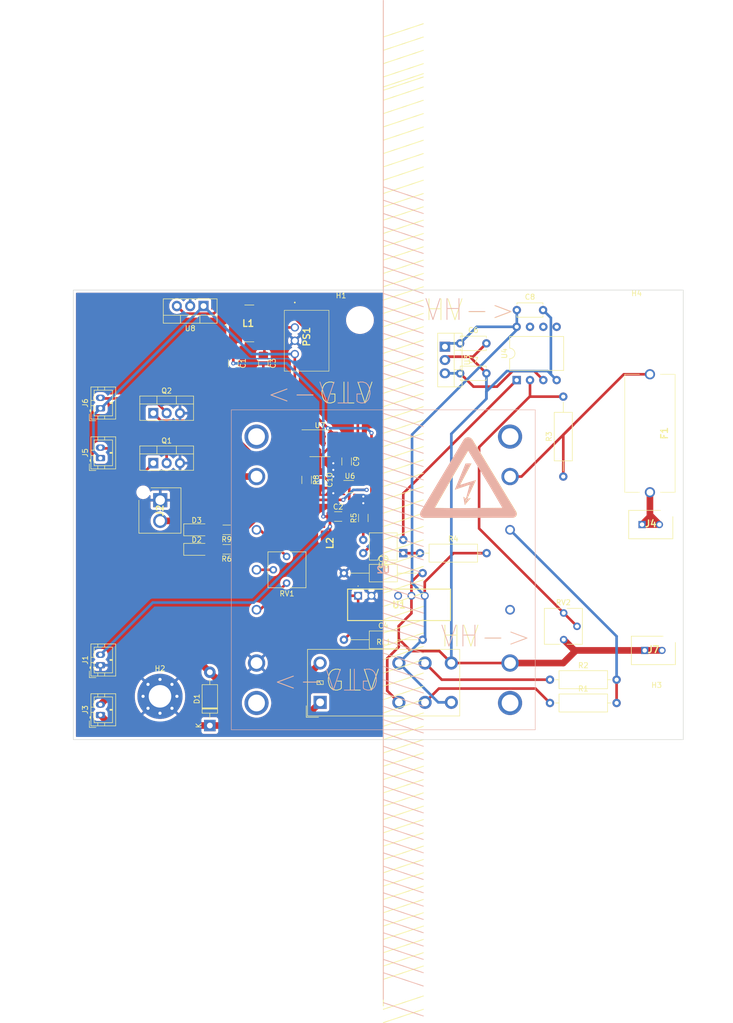
<source format=kicad_pcb>
(kicad_pcb (version 20221018) (generator pcbnew)
  (layers (0 "F.Cu" signal) (31 "B.Cu" signal) (34 "B.Paste" user) (35 "F.Paste" user) (36 "B.SilkS" user "B.Silkscreen") (37 "F.SilkS" user "F.Silkscreen") (38 "B.Mask" user) (39 "F.Mask" user) (44 "Edge.Cuts" user))
  (net 0 "")
  (net 1 "Net-(C4-Pad1)")
  (net 2 "GND")
  (net 3 "/Power_Section/+VCC")
  (net 4 "HV_5V")
  (net 5 "HV+")
  (net 6 "HV+Unfuse")
  (net 7 "HV-")
  (net 8 "24VOut")
  (net 9 "GLV")
  (net 10 "Net-(C9-Pad1)")
  (net 11 "Net-(C10-Pad1)")
  (net 12 "Net-(D2-Pad2)")
  (net 13 "Net-(D3-Pad2)")
  (net 14 "Net-(D1-Pad1)")
  (net 15 "HV_24V")
  (net 16 "Net-(R2-Pad1)")
  (net 17 "+5V")
  (net 18 "Net-(Q1-Pad1)")
  (net 19 "Net-(Q2-Pad1)")
  (net 20 "Net-(R1-Pad1)")
  (net 21 "Net-(R1-Pad2)")
  (net 22 "Net-(J5-Pad2)")
  (net 23 "Net-(R3-Pad2)")
  (net 24 "Net-(R4-Pad1)")
  (net 25 "Net-(R5-Pad1)")
  (net 26 "Net-(RV1-Pad1)")
  (net 27 "Net-(RV1-Pad2)")
  (net 28 "Net-(RV1-Pad3)")
  (net 30 "Net-(U4-Pad1)")
  (net 35 "Net-(D1-Pad2)")
  (net 36 "Net-(J6-Pad2)")
  (net 37 "+12V")
  (footprint "Package_TO_SOT_THT:TO-220-3_Vertical" (layer "F.Cu") (at 157.79 71.755 -90)
    (fp_text reference "U3")
    (fp_text value "LM7805_TO220")
  )
  (footprint "SamacSys_Parts:65600001009" (layer "F.Cu") (at 196.85 88.265 -90)
    (fp_text reference "F1")
    (fp_text value "Fuse" hide)
  )
  (footprint "Diode_THT:D_DO-41_SOD81_P10.16mm_Horizontal" (layer "F.Cu") (at 113 144 90)
    (fp_text reference "D1")
    (fp_text value "D")
  )
  (footprint "MountingHole:MountingHole_4.3mm_M4" (layer "F.Cu") (at 198.12 141.605)
    (fp_text reference "H3")
    (fp_text value "MountingHole")
  )
  (footprint "Package_TO_SOT_THT:TO-220-3_Vertical" (layer "F.Cu") (at 102.235 93.96)
    (fp_text reference "Q1")
    (fp_text value "IRF540N")
  )
  (footprint "Resistor_SMD:R_1206_3216Metric_Pad1.30x1.75mm_HandSolder" (layer "F.Cu") (at 131.445 97.155 -90)
    (fp_text reference "R8")
    (fp_text value "1.5k")
  )
  (footprint "Potentiometer_THT:Potentiometer_Vishay_T73YP_Vertical" (layer "F.Cu") (at 180.415 127.62)
    (fp_text reference "RV2")
    (fp_text value "1Meg")
  )
  (footprint "SamacSys_Parts:DF33C2P33DSA24" (layer "F.Cu") (at 195.85 129.675)
    (fp_text reference "J7")
    (fp_text value "HV-" hide)
  )
  (footprint "Capacitor_THT:C_Axial_L5.1mm_D3.1mm_P15.00mm_Horizontal" (layer "F.Cu") (at 138.55 114.935)
    (fp_text reference "C5")
    (fp_text value "2.2n")
  )
  (footprint "Resistor_SMD:R_1206_3216Metric_Pad1.30x1.75mm_HandSolder" (layer "F.Cu") (at 142.24 104.42 90)
    (fp_text reference "R5")
    (fp_text value "10k")
  )
  (footprint "Capacitor_SMD:C_1206_3216Metric_Pad1.33x1.80mm_HandSolder" (layer "F.Cu") (at 123.19 74.93 -90)
    (fp_text reference "C3")
    (fp_text value "2.2u")
  )
  (footprint "Capacitor_THT:C_Disc_D4.7mm_W2.5mm_P5.00mm" (layer "F.Cu") (at 171.49 64.77)
    (fp_text reference "C8")
    (fp_text value "10n")
  )
  (footprint "Relay_THT:Relay_DPDT_Omron_G2RL" (layer "F.Cu") (at 134.0125 139.5775)
    (fp_text reference "RL1")
    (fp_text value "G2RL-24-DC5")
  )
  (footprint "Package_DIP:DIP-8_W10.16mm" (layer "F.Cu") (at 171.46 78.125 90)
    (fp_text reference "U4")
    (fp_text value "LM393")
  )
  (footprint "Package_TO_SOT_SMD:SOT-353_SC-70-5_Handsoldering" (layer "F.Cu") (at 139.7 98.425)
    (fp_text reference "U6")
    (fp_text value "74AHC1G04")
  )
  (footprint "Connector_JST:JST_PH_B2B-PH-K_1x02_P2.00mm_Vertical" (layer "F.Cu") (at 92.16 93 90)
    (fp_text reference "J5")
    (fp_text value "TSAL_Green")
  )
  (footprint "Connector_JST:JST_PH_B2B-PH-K_1x02_P2.00mm_Vertical" (layer "F.Cu") (at 92.16 132.5 90)
    (fp_text reference "J1")
    (fp_text value "PWR")
  )
  (footprint "Resistor_THT:R_Axial_DIN0309_L9.0mm_D3.2mm_P12.70mm_Horizontal" (layer "F.Cu") (at 153.035 111.125)
    (fp_text reference "R4")
    (fp_text value "1.5k")
  )
  (footprint "Diode_SMD:D_1206_3216Metric_Pad1.42x1.75mm_HandSolder" (layer "F.Cu") (at 110.49 106.68)
    (fp_text reference "D3")
    (fp_text value "Red")
  )
  (footprint "SamacSys_Parts:RLS686" (layer "F.Cu") (at 120.65 67.31)
    (fp_text reference "L1")
    (fp_text value "68u" hide)
  )
  (footprint "Resistor_SMD:R_1206_3216Metric_Pad1.30x1.75mm_HandSolder" (layer "F.Cu") (at 116.205 110.4 180)
    (fp_text reference "R6")
    (fp_text value "680")
  )
  (footprint "Capacitor_THT:C_Disc_D4.7mm_W2.5mm_P5.00mm" (layer "F.Cu") (at 160.695 76.835)
    (fp_text reference "C7")
    (fp_text value "10n")
  )
  (footprint "Package_DIP:DIP-4_W7.62mm" (layer "F.Cu") (at 149.85 111.13 180)
    (fp_text reference "U5")
    (fp_text value "PC817")
  )
  (footprint "SamacSys_Parts:DF63M2P396DSA01" (layer "F.Cu") (at 103.55 101.02 90)
    (fp_text reference "J2")
    (fp_text value "PWR_Out" hide)
  )
  (footprint "Capacitor_SMD:C_1206_3216Metric_Pad1.33x1.80mm_HandSolder" (layer "F.Cu") (at 133.985 97.155 -90)
    (fp_text reference "C10")
    (fp_text value "100u")
  )
  (footprint "Package_TO_SOT_THT:TO-220-3_Vertical" (layer "F.Cu") (at 111.8 64 180)
    (fp_text reference "U8")
    (fp_text value "L7805")
  )
  (footprint "Connector_JST:JST_PH_B2B-PH-K_1x02_P2.00mm_Vertical" (layer "F.Cu") (at 92.16 83.5 90)
    (fp_text reference "J6")
    (fp_text value "TSAL_Red")
  )
  (footprint "Package_SO:SOIC-8_3.9x4.9mm_P1.27mm" (layer "F.Cu") (at 133.985 90.17)
    (fp_text reference "U7")
    (fp_text value "NE555D")
  )
  (footprint "Resistor_THT:R_Axial_DIN0309_L9.0mm_D3.2mm_P12.70mm_Horizontal" (layer "F.Cu") (at 177.8 139.7)
    (fp_text reference "R1")
    (fp_text value "0")
  )
  (footprint "SamacSys_Parts:R78E5010" (layer "F.Cu") (at 129.195 68.08 -90)
    (fp_text reference "PS1")
    (fp_text value "R-78E12.0-2.0" hide)
  )
  (footprint "Capacitor_SMD:C_1206_3216Metric_Pad1.33x1.80mm_HandSolder" (layer "F.Cu") (at 137.4525 104.14)
    (fp_text reference "C2")
    (fp_text value "10u")
  )
  (footprint "MountingHole:MountingHole_4.3mm_M4" (layer "F.Cu") (at 198.12 66.04)
    (fp_text reference "H4")
    (fp_text value "MountingHole")
  )
  (footprint "Resistor_THT:R_Axial_DIN0309_L9.0mm_D3.2mm_P12.70mm_Horizontal" (layer "F.Cu") (at 177.8 135.255)
    (fp_text reference "R2")
    (fp_text value "0")
  )
  (footprint "Potentiometer_THT:Potentiometer_Vishay_T73YP_Vertical" (layer "F.Cu") (at 127.635 111.76 180)
    (fp_text reference "RV1")
    (fp_text value "10K")
  )
  (footprint "Capacitor_SMD:C_1206_3216Metric_Pad1.33x1.80mm_HandSolder" (layer "F.Cu") (at 117.475 74.93 -90)
    (fp_text reference "C1")
    (fp_text value "10u")
  )
  (footprint "Resistor_THT:R_Axial_DIN0309_L9.0mm_D3.2mm_P15.24mm_Horizontal" (layer "F.Cu") (at 180.34 96.52 90)
    (fp_text reference "R3")
    (fp_text value "10Meg")
  )
  (footprint "Package_TO_SOT_THT:TO-220-3_Vertical" (layer "F.Cu") (at 102.235 84.435)
    (fp_text reference "Q2")
    (fp_text value "IRF540N")
  )
  (footprint "SamacSys_Parts:DF33C2P33DSA24" (layer "F.Cu") (at 195.35 105.675)
    (fp_text reference "J4")
    (fp_text value "HV+" hide)
  )
  (footprint "MountingHole:MountingHole_4.3mm_M4_Pad_Via" (layer "F.Cu") (at 103.505 138.43)
    (fp_text reference "H2")
    (fp_text value "MountingHole")
  )
  (footprint "Capacitor_THT:C_Disc_D4.7mm_W2.5mm_P5.00mm" (layer "F.Cu") (at 160.695 71.12)
    (fp_text reference "C6")
    (fp_text value "10n")
  )
  (footprint "Capacitor_SMD:C_1206_3216Metric_Pad1.33x1.80mm_HandSolder" (layer "F.Cu") (at 139.065 93.6375 -90)
    (fp_text reference "C9")
    (fp_text value "10n")
  )
  (footprint "Resistor_SMD:R_1206_3216Metric_Pad1.30x1.75mm_HandSolder" (layer "F.Cu") (at 116.205 106.68 180)
    (fp_text reference "R9")
    (fp_text value "680")
  )
  (footprint "MountingHole:MountingHole_4.3mm_M4" (layer "F.Cu") (at 141.605 66.675)
    (fp_text reference "H1")
    (fp_text value "MountingHole")
  )
  (footprint "Connector_JST:JST_PH_B2B-PH-K_1x02_P2.00mm_Vertical" (layer "F.Cu") (at 92.16 142 90)
    (fp_text reference "J3")
    (fp_text value "SC")
  )
  (footprint "Diode_SMD:D_1206_3216Metric_Pad1.42x1.75mm_HandSolder" (layer "F.Cu") (at 110.49 110.4)
    (fp_text reference "D2")
    (fp_text value "Green")
  )
  (footprint "Capacitor_THT:C_Axial_L5.1mm_D3.1mm_P15.00mm_Horizontal" (layer "F.Cu") (at 138.55 127.635)
    (fp_text reference "C4")
    (fp_text value "1n")
  )
  (footprint "SamacSys_Parts:RB2424S" (layer "F.Cu") (at 141.25 119.25)
    (fp_text reference "U1")
    (fp_text value "BxxxxS" hide)
  )
  (footprint "SamacSys_Parts:RLS226R" (layer "F.Cu") (at 135.89 109.22 -90)
    (fp_text reference "L2")
    (fp_text value "22u" hide)
  )
  (footprint "SamacSys_Parts:CHB300W48S12" (layer "B.Cu") (at 170.2 96.52 180)
    (fp_text reference "U2")
    (fp_text value "CHB300" hide)
  )
  (gr_line (start 146.05 53.975) (end 153.67 56.515) (stroke (width 0.15)) (layer "B.SilkS"))
  (gr_line (start 146.05 135.255) (end 153.67 137.795) (stroke (width 0.15)) (layer "B.SilkS"))
  (gr_line (start 146.05 122.555) (end 153.67 125.095) (stroke (width 0.15)) (layer "B.SilkS"))
  (gr_line (start 146.05 64.135) (end 153.67 66.675) (stroke (width 0.15)) (layer "B.SilkS"))
  (gr_line (start 146.05 46.355) (end 153.67 48.895) (stroke (width 0.15)) (layer "B.SilkS"))
  (gr_line (start 146.05 137.795) (end 153.67 140.335) (stroke (width 0.15)) (layer "B.SilkS"))
  (gr_line (start 146.05 104.775) (end 153.67 107.315) (stroke (width 0.15)) (layer "B.SilkS"))
  (gr_line (start 146.05 89.535) (end 153.67 92.075) (stroke (width 0.15)) (layer "B.SilkS"))
  (gr_line (start 146.05 178.435) (end 153.67 180.975) (stroke (width 0.15)) (layer "B.SilkS"))
  (gr_poly (pts (xy 161.801948 100.766942) (xy 161.537515 101.750244) (xy 161.315136 100.388209)) (stroke (width 0.02)) (fill solid) (layer "B.SilkS"))
  (gr_line (start 146.05 84.455) (end 153.67 86.995) (stroke (width 0.15)) (layer "B.SilkS"))
  (gr_line (start 146.05 125.095) (end 153.67 127.635) (stroke (width 0.15)) (layer "B.SilkS"))
  (gr_line (start 146.05 145.415) (end 153.67 147.955) (stroke (width 0.15)) (layer "B.SilkS"))
  (gr_line (start 146.05 165.735) (end 153.67 168.275) (stroke (width 0.15)) (layer "B.SilkS"))
  (gr_line (start 146.05 160.655) (end 153.67 163.195) (stroke (width 0.15)) (layer "B.SilkS"))
  (gr_line (start 146.05 74.295) (end 153.67 76.835) (stroke (width 0.15)) (layer "B.SilkS"))
  (gr_line (start 146.05 175.895) (end 153.67 178.435) (stroke (width 0.15)) (layer "B.SilkS"))
  (gr_line (start 146.05 61.595) (end 153.67 64.135) (stroke (width 0.15)) (layer "B.SilkS"))
  (gr_line (start 146.05 94.615) (end 153.67 97.155) (stroke (width 0.15)) (layer "B.SilkS"))
  (gr_line (start 146.05 142.875) (end 153.67 145.415) (stroke (width 0.15)) (layer "B.SilkS"))
  (gr_line (start 146.05 86.995) (end 153.67 89.535) (stroke (width 0.15)) (layer "B.SilkS"))
  (gr_line (start 146.05 168.275) (end 153.67 170.815) (stroke (width 0.15)) (layer "B.SilkS"))
  (gr_line (start 146.05 153.035) (end 153.67 155.575) (stroke (width 0.15)) (layer "B.SilkS"))
  (gr_poly (pts (xy 161.538192 101.754396) (xy 161.533946 101.763512) (xy 161.537515 101.750244)) (stroke (width 0.02)) (fill solid) (layer "B.SilkS"))
  (gr_line (start 146.05 43.815) (end 153.67 46.355) (stroke (width 0.15)) (layer "B.SilkS"))
  (gr_line (start 146.05 109.855) (end 153.67 112.395) (stroke (width 0.15)) (layer "B.SilkS"))
  (gr_line (start 146.05 127.635) (end 153.67 130.175) (stroke (width 0.15)) (layer "B.SilkS"))
  (gr_line (start 146.05 99.695) (end 153.67 102.235) (stroke (width 0.15)) (layer "B.SilkS"))
  (gr_line (start 146.05 97.155) (end 153.67 99.695) (stroke (width 0.15)) (layer "B.SilkS"))
  (gr_line (start 146.05 147.955) (end 153.67 150.495) (stroke (width 0.15)) (layer "B.SilkS"))
  (gr_line (start 146.05 170.815) (end 153.67 173.355) (stroke (width 0.15)) (layer "B.SilkS"))
  (gr_line (start 146.05 150.495) (end 153.67 153.035) (stroke (width 0.15)) (layer "B.SilkS"))
  (gr_line (start 146.05 180.975) (end 153.67 183.515) (stroke (width 0.15)) (layer "B.SilkS"))
  (gr_line (start 146.05 183.515) (end 153.67 186.055) (stroke (width 0.15)) (layer "B.SilkS"))
  (gr_line (start 146.05 158.115) (end 153.67 160.655) (stroke (width 0.15)) (layer "B.SilkS"))
  (gr_line (start 146.05 81.915) (end 153.67 84.455) (stroke (width 0.15)) (layer "B.SilkS"))
  (gr_line (start 146.05 107.315) (end 153.67 109.855) (stroke (width 0.15)) (layer "B.SilkS"))
  (gr_line (start 146.05 114.935) (end 153.67 117.475) (stroke (width 0.15)) (layer "B.SilkS"))
  (gr_line (start 146.05 191.135) (end 153.67 193.675) (stroke (width 0.15)) (layer "B.SilkS"))
  (gr_line (start 146.05 112.395) (end 153.67 114.935) (stroke (width 0.15)) (layer "B.SilkS"))
  (gr_line (start 146.05 51.435) (end 153.67 53.975) (stroke (width 0.15)) (layer "B.SilkS"))
  (gr_line (start 146.05 48.895) (end 153.67 51.435) (stroke (width 0.15)) (layer "B.SilkS"))
  (gr_line (start 146.05 140.335) (end 153.67 142.875) (stroke (width 0.15)) (layer "B.SilkS"))
  (gr_line (start 146.05 59.055) (end 153.67 61.595) (stroke (width 0.15)) (layer "B.SilkS"))
  (gr_line (start 146.05 66.675) (end 153.67 69.215) (stroke (width 0.15)) (layer "B.SilkS"))
  (gr_line (start 146.05 132.715) (end 153.67 135.255) (stroke (width 0.15)) (layer "B.SilkS"))
  (gr_line (start 146.05 163.195) (end 153.67 165.735) (stroke (width 0.15)) (layer "B.SilkS"))
  (gr_line (start 146.05 173.355) (end 153.67 175.895) (stroke (width 0.15)) (layer "B.SilkS"))
  (gr_line (start 146.05 79.375) (end 153.67 81.915) (stroke (width 0.15)) (layer "B.SilkS"))
  (gr_line (start 146.05 69.215) (end 153.67 71.755) (stroke (width 0.15)) (layer "B.SilkS"))
  (gr_line (start 146.05 5.715) (end 146.05 196.215) (stroke (width 0.15)) (layer "B.SilkS"))
  (gr_line (start 146.05 76.835) (end 153.67 79.375) (stroke (width 0.15)) (layer "B.SilkS"))
  (gr_line (start 146.05 130.175) (end 153.67 132.715) (stroke (width 0.15)) (layer "B.SilkS"))
  (gr_line (start 146.05 117.475) (end 153.67 120.015) (stroke (width 0.15)) (layer "B.SilkS"))
  (gr_line (start 146.05 102.235) (end 153.67 104.775) (stroke (width 0.15)) (layer "B.SilkS"))
  (gr_line (start 146.05 155.575) (end 153.67 158.115) (stroke (width 0.15)) (layer "B.SilkS"))
  (gr_line (start 146.05 186.055) (end 153.67 188.595) (stroke (width 0.15)) (layer "B.SilkS"))
  (gr_line (start 146.05 41.275) (end 153.67 43.815) (stroke (width 0.15)) (layer "B.SilkS"))
  (gr_line (start 146.05 196.85) (end 153.67 199.39) (stroke (width 0.15)) (layer "B.SilkS"))
  (gr_line (start 146.05 120.015) (end 153.67 122.555) (stroke (width 0.15)) (layer "B.SilkS"))
  (gr_line (start 146.05 71.755) (end 153.67 74.295) (stroke (width 0.15)) (layer "B.SilkS"))
  (gr_line (start 146.05 92.075) (end 153.67 94.615) (stroke (width 0.15)) (layer "B.SilkS"))
  (gr_poly (pts (xy 162.258134 89.025424) (xy 162.319556 89.032563) (xy 162.38069 89.044205) (xy 162.441393 89.06036) (xy 162.501519 89.081036) (xy 162.560925 89.106242) (xy 162.619467 89.135988) (xy 162.677002 89.170282) (xy 162.733385 89.209135) (xy 162.788471 89.252554) (xy 162.842118 89.300549) (xy 162.894181 89.353129) (xy 162.944517 89.410303) (xy 162.99298 89.472081) (xy 163.039428 89.538471) (xy 163.083716 89.609482) (xy 171.237646 103.064072) (xy 171.27743 103.124347) (xy 171.312732 103.184683) (xy 171.34361 103.244948) (xy 171.370121 103.30501) (xy 171.392324 103.364737) (xy 171.410274 103.423998) (xy 171.424031 103.482661) (xy 171.433652 103.540595) (xy 171.439194 103.597668) (xy 171.440714 103.653748) (xy 171.438271 103.708703) (xy 171.431922 103.762402) (xy 171.421724 103.814713) (xy 171.407735 103.865504) (xy 171.390012 103.914644) (xy 171.368614 103.962002) (xy 171.343597 104.007444) (xy 171.315019 104.050841) (xy 171.282939 104.092059) (xy 171.247412 104.130968) (xy 171.208497 104.167435) (xy 171.166252 104.201329) (xy 171.120733 104.232519) (xy 171.071999 104.260873) (xy 171.020108 104.286258) (xy 170.965115 104.308544) (xy 170.90708 104.327598) (xy 170.84606 104.343289) (xy 170.782112 104.355485) (xy 170.715293 104.364056) (xy 170.645663 104.368867) (xy 170.573277 104.36979) (xy 170.573224 104.369857) (xy 170.573198 104.36989) (xy 170.573171 104.369922) (xy 153.793826 104.382094) (xy 153.733464 104.380228) (xy 153.675379 104.374613) (xy 153.619624 104.365373) (xy 153.566249 104.352631) (xy 153.515307 104.33651) (xy 153.466849 104.317136) (xy 153.420927 104.29463) (xy 153.377592 104.269117) (xy 153.336896 104.240721) (xy 153.29889 104.209565) (xy 153.263628 104.175773) (xy 153.231159 104.139467) (xy 153.201536 104.100773) (xy 153.17481 104.059814) (xy 153.151033 104.016713) (xy 153.130257 103.971593) (xy 153.112534 103.92458) (xy 153.097914 103.875795) (xy 153.086451 103.825363) (xy 153.078194 103.773408) (xy 153.073197 103.720053) (xy 153.07151 103.665421) (xy 153.073185 103.609637) (xy 153.078275 103.552824) (xy 153.08683 103.495106) (xy 153.098903 103.436605) (xy 153.114545 103.377447) (xy 153.133807 103.317754) (xy 153.156742 103.257651) (xy 153.1834 103.19726) (xy 153.213835 103.136706) (xy 153.248096 103.076111) (xy 153.582293 102.516781) (xy 155.831383 102.516781) (xy 160.600497 102.563611) (xy 168.735641 102.494556) (xy 166.37 98.425) (xy 166.37 98.424998) (xy 162.203607 91.556416) (xy 159.800133 95.579405) (xy 155.831383 102.516781) (xy 153.582293 102.516781) (xy 161.30942 89.584214) (xy 161.353708 89.516193) (xy 161.400156 89.45252) (xy 161.448619 89.393205) (xy 161.498955 89.338256) (xy 161.551018 89.287683) (xy 161.604665 89.241495) (xy 161.659752 89.199701) (xy 161.716134 89.162309) (xy 161.773669 89.12933) (xy 161.832211 89.100772) (xy 161.891618 89.076644) (xy 161.951744 89.056956) (xy 162.012446 89.041716) (xy 162.07358 89.030934) (xy 162.135002 89.024618) (xy 162.196568 89.022778)) (stroke (width 0.02)) (fill solid) (layer "B.SilkS"))
  (gr_line (start 146.05 56.515) (end 153.67 59.055) (stroke (width 0.15)) (layer "B.SilkS"))
  (gr_poly (pts (xy 160.627749 98.138191) (xy 163.65908 97.200773) (xy 161.982394 100.800679) (xy 161.877641 100.82583) (xy 161.801948 100.766942) (xy 162.534071 98.04453) (xy 159.690065 99.013169) (xy 161.721536 94.044294) (xy 161.721536 94.044293) (xy 162.815323 94.013072)) (stroke (width 0.02)) (fill solid) (layer "B.SilkS"))
  (gr_poly (pts (xy 161.565168 101.919617) (xy 161.538192 101.754396) (xy 161.982394 100.800679) (xy 162.658955 100.638241)) (stroke (width 0.02)) (fill solid) (layer "B.SilkS"))
  (gr_line (start 146.05 188.595) (end 153.67 191.135) (stroke (width 0.15)) (layer "B.SilkS"))
  (gr_line (start 146.05 174.625) (end 153.67 172.085) (stroke (width 0.15)) (layer "F.SilkS"))
  (gr_line (start 146.05 146.685) (end 153.67 144.145) (stroke (width 0.15)) (layer "F.SilkS"))
  (gr_line (start 146.05 83.185) (end 153.67 80.645) (stroke (width 0.15)) (layer "F.SilkS"))
  (gr_line (start 146.05 126.365) (end 153.67 123.825) (stroke (width 0.15)) (layer "F.SilkS"))
  (gr_line (start 146.05 164.465) (end 153.67 161.925) (stroke (width 0.15)) (layer "F.SilkS"))
  (gr_poly (pts (xy 160.678365 98.138615) (xy 163.709696 97.201197) (xy 162.03301 100.801103) (xy 161.928257 100.826254) (xy 161.852564 100.767366) (xy 162.584687 98.044954) (xy 159.740681 99.013593) (xy 161.772152 94.044718) (xy 161.772152 94.044717) (xy 162.865939 94.013496)) (stroke (width 0.02)) (fill solid) (layer "F.SilkS"))
  (gr_line (start 146.05 177.165) (end 153.67 174.625) (stroke (width 0.15)) (layer "F.SilkS"))
  (gr_line (start 146.05 100.965) (end 153.67 98.425) (stroke (width 0.15)) (layer "F.SilkS"))
  (gr_line (start 146.05 108.585) (end 153.67 106.045) (stroke (width 0.15)) (layer "F.SilkS"))
  (gr_line (start 146.05 93.345) (end 153.67 90.805) (stroke (width 0.15)) (layer "F.SilkS"))
  (gr_poly (pts (xy 161.852564 100.767366) (xy 161.588131 101.750668) (xy 161.365752 100.388633)) (stroke (width 0.02)) (fill solid) (layer "F.SilkS"))
  (gr_line (start 146.05 75.565) (end 153.67 73.025) (stroke (width 0.15)) (layer "F.SilkS"))
  (gr_line (start 146.05 161.925) (end 153.67 159.385) (stroke (width 0.15)) (layer "F.SilkS"))
  (gr_line (start 146.05 187.325) (end 153.67 184.785) (stroke (width 0.15)) (layer "F.SilkS"))
  (gr_line (start 146.05 6.985) (end 146.05 197.485) (stroke (width 0.15)) (layer "F.SilkS"))
  (gr_line (start 146.05 80.645) (end 153.67 78.105) (stroke (width 0.15)) (layer "F.SilkS"))
  (gr_line (start 146.05 22.225) (end 153.67 19.685) (stroke (width 0.15)) (layer "F.SilkS"))
  (gr_line (start 146.05 29.845) (end 153.67 27.305) (stroke (width 0.15)) (layer "F.SilkS"))
  (gr_line (start 146.05 182.245) (end 153.67 179.705) (stroke (width 0.15)) (layer "F.SilkS"))
  (gr_line (start 146.05 113.665) (end 153.67 111.125) (stroke (width 0.15)) (layer "F.SilkS"))
  (gr_line (start 146.05 159.385) (end 153.67 156.845) (stroke (width 0.15)) (layer "F.SilkS"))
  (gr_line (start 146.05 15.24) (end 153.67 12.7) (stroke (width 0.15)) (layer "F.SilkS"))
  (gr_line (start 146.05 118.745) (end 153.67 116.205) (stroke (width 0.15)) (layer "F.SilkS"))
  (gr_line (start 146.05 103.505) (end 153.67 100.965) (stroke (width 0.15)) (layer "F.SilkS"))
  (gr_line (start 146.05 95.885) (end 153.67 93.345) (stroke (width 0.15)) (layer "F.SilkS"))
  (gr_line (start 146.05 67.945) (end 153.67 65.405) (stroke (width 0.15)) (layer "F.SilkS"))
  (gr_line (start 146.05 62.865) (end 153.67 60.325) (stroke (width 0.15)) (layer "F.SilkS"))
  (gr_line (start 146.05 131.445) (end 153.67 128.905) (stroke (width 0.15)) (layer "F.SilkS"))
  (gr_line (start 146.05 47.625) (end 153.67 45.085) (stroke (width 0.15)) (layer "F.SilkS"))
  (gr_line (start 146.05 22.86) (end 153.67 20.32) (stroke (width 0.15)) (layer "F.SilkS"))
  (gr_line (start 146.05 167.005) (end 153.67 164.465) (stroke (width 0.15)) (layer "F.SilkS"))
  (gr_line (start 146.05 192.405) (end 153.67 189.865) (stroke (width 0.15)) (layer "F.SilkS"))
  (gr_line (start 146.05 60.325) (end 153.67 57.785) (stroke (width 0.15)) (layer "F.SilkS"))
  (gr_line (start 146.05 27.305) (end 153.67 24.765) (stroke (width 0.15)) (layer "F.SilkS"))
  (gr_line (start 146.05 45.085) (end 153.67 42.545) (stroke (width 0.15)) (layer "F.SilkS"))
  (gr_line (start 146.05 169.545) (end 153.67 167.005) (stroke (width 0.15)) (layer "F.SilkS"))
  (gr_line (start 146.05 144.145) (end 153.67 141.605) (stroke (width 0.15)) (layer "F.SilkS"))
  (gr_line (start 146.05 90.805) (end 153.67 88.265) (stroke (width 0.15)) (layer "F.SilkS"))
  (gr_poly (pts (xy 162.30875 89.025848) (xy 162.370172 89.032987) (xy 162.431306 89.044629) (xy 162.492009 89.060784) (xy 162.552135 89.08146) (xy 162.611541 89.106666) (xy 162.670083 89.136412) (xy 162.727618 89.170706) (xy 162.784001 89.209559) (xy 162.839087 89.252978) (xy 162.892734 89.300973) (xy 162.944797 89.353553) (xy 162.995133 89.410727) (xy 163.043596 89.472505) (xy 163.090044 89.538895) (xy 163.134332 89.609906) (xy 171.288262 103.064496) (xy 171.328046 103.124771) (xy 171.363348 103.185107) (xy 171.394226 103.245372) (xy 171.420737 103.305434) (xy 171.44294 103.365161) (xy 171.46089 103.424422) (xy 171.474647 103.483085) (xy 171.484268 103.541019) (xy 171.48981 103.598092) (xy 171.49133 103.654172) (xy 171.488887 103.709127) (xy 171.482538 103.762826) (xy 171.47234 103.815137) (xy 171.458351 103.865928) (xy 171.440628 103.915068) (xy 171.41923 103.962426) (xy 171.394213 104.007868) (xy 171.365635 104.051265) (xy 171.333555 104.092483) (xy 171.298028 104.131392) (xy 171.259113 104.167859) (xy 171.216868 104.201753) (xy 171.171349 104.232943) (xy 171.122615 104.261297) (xy 171.070724 104.286682) (xy 171.015731 104.308968) (xy 170.957696 104.328022) (xy 170.896676 104.343713) (xy 170.832728 104.355909) (xy 170.765909 104.36448) (xy 170.696279 104.369291) (xy 170.623893 104.370214) (xy 170.62384 104.370281) (xy 170.623814 104.370314) (xy 170.623787 104.370346) (xy 153.844442 104.382518) (xy 153.78408 104.380652) (xy 153.725995 104.375037) (xy 153.67024 104.365797) (xy 153.616865 104.353055) (xy 153.565923 104.336934) (xy 153.517465 104.31756) (xy 153.471543 104.295054) (xy 153.428208 104.269541) (xy 153.387512 104.241145) (xy 153.349506 104.209989) (xy 153.314244 104.176197) (xy 153.281775 104.139891) (xy 153.252152 104.101197) (xy 153.225426 104.060238) (xy 153.201649 104.017137) (xy 153.180873 103.972017) (xy 153.16315 103.925004) (xy 153.14853 103.876219) (xy 153.137067 103.825787) (xy 153.12881 103.773832) (xy 153.123813 103.720477) (xy 153.122126 103.665845) (xy 153.123801 103.610061) (xy 153.128891 103.553248) (xy 153.137446 103.49553) (xy 153.149519 103.437029) (xy 153.165161 103.377871) (xy 153.184423 103.318178) (xy 153.207358 103.258075) (xy 153.234016 103.197684) (xy 153.264451 103.13713) (xy 153.298712 103.076535) (xy 153.632909 102.517205) (xy 155.881999 102.517205) (xy 160.651113 102.564035) (xy 168.786257 102.49498) (xy 166.420616 98.425424) (xy 166.420616 98.425422) (xy 162.254223 91.55684) (xy 159.850749 95.579829) (xy 155.881999 102.517205) (xy 153.632909 102.517205) (xy 161.360036 89.584638) (xy 161.404324 89.516617) (xy 161.450772 89.452944) (xy 161.499235 89.393629) (xy 161.549571 89.33868) (xy 161.601634 89.288107) (xy 161.655281 89.241919) (xy 161.710368 89.200125) (xy 161.76675 89.162733) (xy 161.824285 89.129754) (xy 161.882827 89.101196) (xy 161.942234 89.077068) (xy 162.00236 89.05738) (xy 162.063062 89.04214) (xy 162.124196 89.031358) (xy 162.185618 89.025042) (xy 162.247184 89.023202)) (stroke (width 0.02)) (fill solid) (layer "F.SilkS"))
  (gr_line (start 146.05 200.66) (end 153.67 198.12) (stroke (width 0.15)) (layer "F.SilkS"))
  (gr_line (start 146.05 17.78) (end 153.67 15.24) (stroke (width 0.15)) (layer "F.SilkS"))
  (gr_line (start 146.05 12.7) (end 153.67 10.16) (stroke (width 0.15)) (layer "F.SilkS"))
  (gr_line (start 146.05 149.225) (end 153.67 146.685) (stroke (width 0.15)) (layer "F.SilkS"))
  (gr_line (start 146.05 141.605) (end 153.67 139.065) (stroke (width 0.15)) (layer "F.SilkS"))
  (gr_line (start 146.05 198.12) (end 153.67 195.58) (stroke (width 0.15)) (layer "F.SilkS"))
  (gr_line (start 146.05 172.085) (end 153.67 169.545) (stroke (width 0.15)) (layer "F.SilkS"))
  (gr_line (start 146.05 121.285) (end 153.67 118.745) (stroke (width 0.15)) (layer "F.SilkS"))
  (gr_line (start 146.05 123.825) (end 153.67 121.285) (stroke (width 0.15)) (layer "F.SilkS"))
  (gr_line (start 146.05 34.925) (end 153.67 32.385) (stroke (width 0.15)) (layer "F.SilkS"))
  (gr_line (start 146.05 156.845) (end 153.67 154.305) (stroke (width 0.15)) (layer "F.SilkS"))
  (gr_poly (pts (xy 161.615784 101.920041) (xy 161.588808 101.75482) (xy 162.03301 100.801103) (xy 162.709571 100.638665)) (stroke (width 0.02)) (fill solid) (layer "F.SilkS"))
  (gr_poly (pts (xy 161.588808 101.75482) (xy 161.584562 101.763936) (xy 161.588131 101.750668)) (stroke (width 0.02)) (fill solid) (layer "F.SilkS"))
  (gr_line (start 146.05 106.045) (end 153.67 103.505) (stroke (width 0.15)) (layer "F.SilkS"))
  (gr_line (start 146.05 52.705) (end 153.67 50.165) (stroke (width 0.15)) (layer "F.SilkS"))
  (gr_line (start 146.05 88.265) (end 153.67 85.725) (stroke (width 0.15)) (layer "F.SilkS"))
  (gr_line (start 146.05 55.245) (end 153.67 52.705) (stroke (width 0.15)) (layer "F.SilkS"))
  (gr_line (start 146.05 98.425) (end 153.67 95.885) (stroke (width 0.15)) (layer "F.SilkS"))
  (gr_line (start 146.05 24.765) (end 153.67 22.225) (stroke (width 0.15)) (layer "F.SilkS"))
  (gr_line (start 146.05 154.305) (end 153.67 151.765) (stroke (width 0.15)) (layer "F.SilkS"))
  (gr_line (start 146.05 184.785) (end 153.67 182.245) (stroke (width 0.15)) (layer "F.SilkS"))
  (gr_line (start 146.05 73.025) (end 153.67 70.485) (stroke (width 0.15)) (layer "F.SilkS"))
  (gr_line (start 146.05 85.725) (end 153.67 83.185) (stroke (width 0.15)) (layer "F.SilkS"))
  (gr_line (start 146.05 78.105) (end 153.67 75.565) (stroke (width 0.15)) (layer "F.SilkS"))
  (gr_line (start 146.05 128.905) (end 153.67 126.365) (stroke (width 0.15)) (layer "F.SilkS"))
  (gr_line (start 146.05 65.405) (end 153.67 62.865) (stroke (width 0.15)) (layer "F.SilkS"))
  (gr_line (start 146.05 139.065) (end 153.67 136.525) (stroke (width 0.15)) (layer "F.SilkS"))
  (gr_line (start 146.05 42.545) (end 153.67 40.005) (stroke (width 0.15)) (layer "F.SilkS"))
  (gr_line (start 146.05 136.525) (end 153.67 133.985) (stroke (width 0.15)) (layer "F.SilkS"))
  (gr_line (start 146.05 40.005) (end 153.67 37.465) (stroke (width 0.15)) (layer "F.SilkS"))
  (gr_line (start 146.05 179.705) (end 153.67 177.165) (stroke (width 0.15)) (layer "F.SilkS"))
  (gr_line (start 146.05 116.205) (end 153.67 113.665) (stroke (width 0.15)) (layer "F.SilkS"))
  (gr_line (start 146.05 37.465) (end 153.67 34.925) (stroke (width 0.15)) (layer "F.SilkS"))
  (gr_line (start 146.05 32.385) (end 153.67 29.845) (stroke (width 0.15)) (layer "F.SilkS"))
  (gr_line (start 146.05 20.32) (end 153.67 17.78) (stroke (width 0.15)) (layer "F.SilkS"))
  (gr_line (start 146.05 133.985) (end 153.67 131.445) (stroke (width 0.15)) (layer "F.SilkS"))
  (gr_line (start 146.05 57.785) (end 153.67 55.245) (stroke (width 0.15)) (layer "F.SilkS"))
  (gr_line (start 146.05 50.165) (end 153.67 47.625) (stroke (width 0.15)) (layer "F.SilkS"))
  (gr_line (start 146.05 70.485) (end 153.67 67.945) (stroke (width 0.15)) (layer "F.SilkS"))
  (gr_line (start 146.05 189.865) (end 153.67 187.325) (stroke (width 0.15)) (layer "F.SilkS"))
  (gr_line (start 146.05 151.765) (end 153.67 149.225) (stroke (width 0.15)) (layer "F.SilkS"))
  (gr_line (start 146.05 111.125) (end 153.67 108.585) (stroke (width 0.15)) (layer "F.SilkS"))
  (gr_rect (start 86.995 60.96) (end 203.2 146.685) (stroke (width 0.1)) (fill none) (layer "Edge.Cuts"))
  (gr_text "GLV->\n" (at 135.2 135.4) (layer "B.SilkS") (effects (font (size 4 4)) (justify mirror)))
  (gr_text "GLV->\n" (at 133.985 80.645) (layer "B.SilkS") (effects (font (size 4 4)) (justify mirror)))
  (gr_text "<-HV" (at 165.6 127) (layer "B.SilkS") (effects (font (size 4 4)) (justify mirror)))
  (gr_text "<-HV\n\n" (at 162.56 67.945) (layer "B.SilkS") (effects (font (size 4 4)) (justify mirror)))
  (gr_text "HV->\n" (at 165.6 127) (layer "F.SilkS") (effects (font (size 4 4))))
  (gr_text "<-GLV\n" (at 133.985 80.645) (layer "F.SilkS") (effects (font (size 4 4))))
  (gr_text "<-GLV\n" (at 135.2 135.4) (layer "F.SilkS") (effects (font (size 4 4))))
  (gr_text "HV->\n" (at 162.56 64.77) (layer "F.SilkS") (effects (font (size 4 4))))
  (segment (start 135.89 115.39) (end 139.75 119.25) (width 0.5) (layer "F.Cu") (net 1))
  (segment (start 138.55 127.635) (end 141.25 124.935) (width 0.5) (layer "F.Cu") (net 1))
  (segment (start 139.75 119.25) (end 141.25 119.25) (width 0.5) (layer "F.Cu") (net 1))
  (segment (start 135.89 110.62) (end 135.89 115.39) (width 0.5) (layer "F.Cu") (net 1))
  (segment (start 141.25 124.935) (end 141.25 119.25) (width 0.5) (layer "F.Cu") (net 1))
  (segment (start 137.145 99.075) (end 136.525 99.695) (width 0.5) (layer "F.Cu") (net 2))
  (segment (start 138.37 99.075) (end 137.145 99.075) (width 0.5) (layer "F.Cu") (net 2))
  (via (at 136.525 95.25) (size 0.8) (drill 0.4) (layers "F.Cu" "B.Cu") (net 2))
  (via (at 136.525 96.52) (size 0.8) (drill 0.4) (layers "F.Cu" "B.Cu") (net 2))
  (via (at 142.24 101.6) (size 0.8) (drill 0.4) (layers "F.Cu" "B.Cu") (net 2))
  (via (at 136.525 99.695) (size 0.8) (drill 0.4) (layers "F.Cu" "B.Cu") (net 2))
  (via (at 142.24 100.33) (size 0.8) (drill 0.4) (layers "F.Cu" "B.Cu") (net 2))
  (via (at 136.525 93.98) (size 0.8) (drill 0.4) (layers "F.Cu" "B.Cu") (net 2))
  (segment (start 123.4 73.1575) (end 123.19 73.3675) (width 0.5) (layer "F.Cu") (net 3))
  (segment (start 124.17 68.08) (end 123.4 67.31) (width 0.5) (layer "F.Cu") (net 3))
  (segment (start 123.4 67.31) (end 123.4 73.1575) (width 0.5) (layer "F.Cu") (net 3))
  (segment (start 129.195 68.08) (end 124.17 68.08) (width 0.5) (layer "F.Cu") (net 3))
  (segment (start 170.685978 76.4) (end 174.815 76.4) (width 0.5) (layer "F.Cu") (net 4))
  (segment (start 174.815 76.4) (end 176.54 78.125) (width 0.5) (layer "F.Cu") (net 4))
  (segment (start 163.235 79.375) (end 167.710978 79.375) (width 0.5) (layer "F.Cu") (net 4))
  (segment (start 160.695 76.835) (end 163.235 79.375) (width 0.5) (layer "F.Cu") (net 4))
  (segment (start 167.710978 79.375) (end 170.685978 76.4) (width 0.5) (layer "F.Cu") (net 4))
  (segment (start 158.425 76.835) (end 157.79 76.2) (width 0.5) (layer "B.Cu") (net 4))
  (segment (start 160.695 76.835) (end 158.425 76.835) (width 0.5) (layer "B.Cu") (net 4))
  (segment (start 191.878858 77.015) (end 180.801929 88.091929) (width 0.5) (layer "F.Cu") (net 5))
  (segment (start 180.801929 88.091929) (end 182.389429 86.504429) (width 0.5) (layer "F.Cu") (net 5))
  (segment (start 182.389429 86.504429) (end 172.373858 96.52) (width 0.5) (layer "F.Cu") (net 5))
  (segment (start 180.34 88.553858) (end 180.801929 88.091929) (width 0.5) (layer "F.Cu") (net 5))
  (segment (start 172.373858 96.52) (end 170.2 96.52) (width 0.5) (layer "F.Cu") (net 5))
  (segment (start 196.85 77.015) (end 191.878858 77.015) (width 0.5) (layer "F.Cu") (net 5))
  (segment (start 180.34 96.52) (end 180.34 88.553858) (width 0.5) (layer "F.Cu") (net 5))
  (segment (start 198.65 105.675) (end 197.15 104.175) (width 1.27) (layer "F.Cu") (net 6))
  (segment (start 196.85 99.515) (end 196.85 104.175) (width 1.27) (layer "F.Cu") (net 6))
  (segment (start 195.35 105.675) (end 198.65 105.675) (width 1.27) (layer "F.Cu") (net 6))
  (segment (start 197.15 104.175) (end 196.85 104.175) (width 1.27) (layer "F.Cu") (net 6))
  (segment (start 196.85 104.175) (end 195.35 105.675) (width 1.27) (layer "F.Cu") (net 6))
  (segment (start 199.15 129.675) (end 182.745 129.675) (width 1.27) (layer "F.Cu") (net 7))
  (segment (start 165.695 76.835) (end 162.52 73.66) (width 0.5) (layer "F.Cu") (net 7))
  (segment (start 170.1975 132.0775) (end 170.2 132.08) (width 0.5) (layer "F.Cu") (net 7))
  (segment (start 159.0125 132.0775) (end 156.735 129.8) (width 0.508) (layer "F.Cu") (net 7))
  (segment (start 182.745 129.675) (end 182.46 129.96) (width 1.27) (layer "F.Cu") (net 7))
  (segment (start 146.8 131.2) (end 148.9875 129.0125) (width 0.508) (layer "F.Cu") (net 7))
  (segment (start 151.41 116.6075) (end 153.0825 114.935) (width 0.5) (layer "F.Cu") (net 7))
  (segment (start 159.0125 132.0775) (end 170.1975 132.0775) (width 0.5) (layer "F.Cu") (net 7))
  (segment (start 148.9875 125.0125) (end 151.41 122.59) (width 0.5) (layer "F.Cu") (net 7))
  (segment (start 146.8 137.365) (end 146.8 131.2) (width 0.508) (layer "F.Cu") (net 7))
  (segment (start 149.0125 139.5775) (end 146.8 137.365) (width 0.508) (layer "F.Cu") (net 7))
  (segment (start 163.155 73.66) (end 165.695 71.12) (width 0.5) (layer "F.Cu") (net 7))
  (segment (start 180.34 132.08) (end 182.46 129.96) (width 1.27) (layer "F.Cu") (net 7))
  (segment (start 153.0825 114.935) (end 153.55 114.935) (width 0.5) (layer "F.Cu") (net 7))
  (segment (start 148.9875 127.4875) (end 148.9875 127.2125) (width 0.508) (layer "F.Cu") (net 7))
  (segment (start 157.79 73.66) (end 163.155 73.66) (width 0.5) (layer "F.Cu") (net 7))
  (segment (start 170.2 132.08) (end 180.34 132.08) (width 1.27) (layer "F.Cu") (net 7))
  (segment (start 156.735 129.8) (end 151.3 129.8) (width 0.508) (layer "F.Cu") (net 7))
  (segment (start 151.41 122.59) (end 151.41 119.25) (width 0.5) (layer "F.Cu") (net 7))
  (segment (start 148.9875 127.2125) (end 148.9875 125.0125) (width 0.5) (layer "F.Cu") (net 7))
  (segment (start 162.52 73.66) (end 157.79 73.66) (width 0.5) (layer "F.Cu") (net 7))
  (segment (start 182.745 129.675) (end 182.47 129.675) (width 1.27) (layer "F.Cu") (net 7))
  (segment (start 182.47 129.675) (end 180.415 127.62) (width 1.27) (layer "F.Cu") (net 7))
  (segment (start 151.3 129.8) (end 148.9875 127.4875) (width 0.508) (layer "F.Cu") (net 7))
  (segment (start 148.9875 129.0125) (end 148.9875 127.2125) (width 0.5) (layer "F.Cu") (net 7))
  (segment (start 151.41 119.25) (end 151.41 116.6075) (width 0.5) (layer "F.Cu") (net 7))
  (segment (start 177.355 76.4) (end 177.980489 77.025489) (width 0.5) (layer "B.Cu") (net 7))
  (segment (start 177.980489 66.260489) (end 177.980489 77.025489) (width 0.5) (layer "B.Cu") (net 7))
  (segment (start 165.695 76.835) (end 165.695 81.505) (width 0.5) (layer "B.Cu") (net 7))
  (segment (start 165.695 81.505) (end 165.695 81.690978) (width 0.5) (layer "B.Cu") (net 7))
  (segment (start 159.0125 88.373478) (end 165.695 81.690978) (width 0.5) (layer "B.Cu") (net 7))
  (segment (start 159.0125 132.0775) (end 159.0125 88.373478) (width 0.5) (layer "B.Cu") (net 7))
  (segment (start 176.49 64.77) (end 177.980489 66.260489) (width 0.5) (layer "B.Cu") (net 7))
  (segment (start 165.695 80.305) (end 165.695 81.505) (width 0.508) (layer "B.Cu") (net 7))
  (segment (start 177.980489 77.025489) (end 179.08 78.125) (width 0.5) (layer "B.Cu") (net 7))
  (segment (start 169.6 76.4) (end 165.695 80.305) (width 0.508) (layer "B.Cu") (net 7))
  (segment (start 169.6 76.4) (end 177.355 76.4) (width 0.5) (layer "B.Cu") (net 7))
  (segment (start 121.9 96.52) (end 115.48 96.52) (width 1.27) (layer "F.Cu") (net 8))
  (segment (start 107.02 104.98) (end 103.55 104.98) (width 1.27) (layer "F.Cu") (net 8))
  (segment (start 115.48 96.52) (end 107.02 104.98) (width 1.27) (layer "F.Cu") (net 8))
  (segment (start 135.89 104.14) (end 134.62 104.14) (width 0.5) (layer "F.Cu") (net 9))
  (segment (start 117.9 67.31) (end 117.9 72.9425) (width 0.5) (layer "F.Cu") (net 9))
  (segment (start 135.89 106.045) (end 135.89 107.82) (width 0.5) (layer "F.Cu") (net 9))
  (segment (start 117.475 74.93) (end 117.475 73.3675) (width 0.5) (layer "F.Cu") (net 9))
  (segment (start 135.89 104.14) (end 135.89 106.045) (width 0.5) (layer "F.Cu") (net 9))
  (segment (start 117.9 72.9425) (end 117.475 73.3675) (width 0.5) (layer "F.Cu") (net 9))
  (via (at 135.89 106.045) (size 0.8) (drill 0.4) (layers "F.Cu" "B.Cu") (net 9))
  (via (at 134.62 104.14) (size 0.8) (drill 0.4) (layers "F.Cu" "B.Cu") (net 9))
  (via (at 117.475 74.93) (size 0.8) (drill 0.4) (layers "F.Cu" "B.Cu") (net 9))
  (segment (start 134.62 81.915) (end 127.635 74.93) (width 0.5) (layer "B.Cu") (net 9))
  (segment (start 121.389511 120.545489) (end 135.89 106.045) (width 0.5) (layer "B.Cu") (net 9))
  (segment (start 127.635 74.93) (end 117.475 74.93) (width 0.5) (layer "B.Cu") (net 9))
  (segment (start 134.62 104.14) (end 134.62 81.915) (width 0.5) (layer "B.Cu") (net 9))
  (segment (start 92.16 130.5125) (end 102.127011 120.545489) (width 0.5) (layer "B.Cu") (net 9))
  (segment (start 102.127011 120.545489) (end 121.389511 120.545489) (width 0.5) (layer "B.Cu") (net 9))
  (segment (start 139.065 92.075) (end 136.46 92.075) (width 0.5) (layer "F.Cu") (net 10))
  (segment (start 131.445 95.605) (end 133.9725 95.605) (width 0.5) (layer "F.Cu") (net 11))
  (segment (start 133.985 94.615) (end 133.985 92.727151) (width 0.5) (layer "F.Cu") (net 11))
  (segment (start 133.985 91.457151) (end 132.062849 89.535) (width 0.5) (layer "F.Cu") (net 11))
  (segment (start 132.062849 89.535) (end 131.51 89.535) (width 0.5) (layer "F.Cu") (net 11))
  (segment (start 133.985 92.727151) (end 135.907151 90.805) (width 0.5) (layer "F.Cu") (net 11))
  (segment (start 133.9725 95.605) (end 133.985 95.5925) (width 0.5) (layer "F.Cu") (net 11))
  (segment (start 133.985 95.5925) (end 133.985 94.615) (width 0.5) (layer "F.Cu") (net 11))
  (segment (start 135.907151 90.805) (end 136.46 90.805) (width 0.5) (layer "F.Cu") (net 11))
  (segment (start 133.985 94.615) (end 133.985 91.457151) (width 0.5) (layer "F.Cu") (net 11))
  (segment (start 114.655 110.4) (end 111.9775 110.4) (width 0.5) (layer "F.Cu") (net 12))
  (segment (start 114.655 106.68) (end 111.9775 106.68) (width 0.5) (layer "F.Cu") (net 13))
  (segment (start 113 144) (end 129.59 144) (width 1.27) (layer "F.Cu") (net 14))
  (segment (start 94.16 144) (end 113 144) (width 1.27) (layer "F.Cu") (net 14))
  (segment (start 92.16 142) (end 94.16 144) (width 1.27) (layer "F.Cu") (net 14))
  (segment (start 129.59 144) (end 134.0125 139.5775) (width 1.27) (layer "F.Cu") (net 14))
  (segment (start 153.95 116.6075) (end 153.95 119.25) (width 0.5) (layer "F.Cu") (net 15))
  (segment (start 165.735 111.125) (end 159.4325 111.125) (width 0.5) (layer "F.Cu") (net 15))
  (segment (start 159.4325 111.125) (end 153.95 116.6075) (width 0.5) (layer "F.Cu") (net 15))
  (segment (start 151.5275 116.8275) (end 151.5275 88.5025) (width 0.5) (layer "B.Cu") (net 15))
  (segment (start 153.55 127.635) (end 154 127.185) (width 0.5) (layer "B.Cu") (net 15))
  (segment (start 153.455 127.635) (end 153.55 127.635) (width 0.5) (layer "B.Cu") (net 15))
  (segment (start 157.79 71.12) (end 160.695 71.12) (width 0.5) (layer "B.Cu") (net 15))
  (segment (start 153.95 119.25) (end 151.5275 116.8275) (width 0.5) (layer "B.Cu") (net 15))
  (segment (start 154 119.3) (end 153.95 119.25) (width 0.5) (layer "B.Cu") (net 15))
  (segment (start 151.5275 88.5025) (end 171.46 68.57) (width 0.5) (layer "B.Cu") (net 15))
  (segment (start 149.0125 132.0775) (end 153.455 127.635) (width 0.5) (layer "B.Cu") (net 15))
  (segment (start 171.49 64.77) (end 171.49 67.935) (width 0.5) (layer "B.Cu") (net 15))
  (segment (start 171.46 67.965) (end 163.85 67.965) (width 0.5) (layer "B.Cu") (net 15))
  (segment (start 171.46 68.57) (end 171.46 67.965) (width 0.5) (layer "B.Cu") (net 15))
  (segment (start 159.0125 139.5775) (end 156.5125 139.5775) (width 0.5) (layer "B.Cu") (net 15))
  (segment (start 156.5125 139.5775) (end 149.0125 132.0775) (width 0.5) (layer "B.Cu") (net 15))
  (segment (start 163.85 67.965) (end 160.695 71.12) (width 0.5) (layer "B.Cu") (net 15))
  (segment (start 171.49 67.935) (end 171.46 67.965) (width 0.5) (layer "B.Cu") (net 15))
  (segment (start 154 127.185) (end 154 119.3) (width 0.5) (layer "B.Cu") (net 15))
  (segment (start 177.8 135.255) (end 157.19 135.255) (width 0.5) (layer "F.Cu") (net 16))
  (segment (start 157.19 135.255) (end 154.0125 132.0775) (width 0.5) (layer "F.Cu") (net 16))
  (segment (start 125.97509 63.11) (end 141.2 78.33491) (width 0.5) (layer "F.Cu") (net 17))
  (segment (start 141.2 97.605) (end 141.03 97.775) (width 0.5) (layer "F.Cu") (net 17))
  (segment (start 108.17 65.45) (end 113.75 65.45) (width 0.5) (layer "F.Cu") (net 17))
  (segment (start 113.75 65.45) (end 116.09 63.11) (width 0.5) (layer "F.Cu") (net 17))
  (segment (start 106.72 64) (end 108.17 65.45) (width 0.5) (layer "F.Cu") (net 17))
  (segment (start 141.2 78.33491) (end 141.2 97.605) (width 0.5) (layer "F.Cu") (net 17))
  (segment (start 116.09 63.11) (end 125.97509 63.11) (width 0.5) (layer "F.Cu") (net 17))
  (segment (start 125.671147 100.965) (end 138.43 100.965) (width 0.5) (layer "F.Cu") (net 18))
  (segment (start 117.755 108.881147) (end 99.356147 108.881147) (width 0.5) (layer "F.Cu") (net 18))
  (segment (start 117.755 108.881147) (end 125.671147 100.965) (width 0.5) (layer "F.Cu") (net 18))
  (segment (start 117.755 110.4) (end 117.755 108.881147) (width 0.5) (layer "F.Cu") (net 18))
  (segment (start 141.045 99.06) (end 141.03 99.075) (width 0.5) (layer "F.Cu") (net 18))
  (segment (start 97.79 107.315) (end 97.79 98.405) (width 0.5) (layer "F.Cu") (net 18))
  (segment (start 99.356147 108.881147) (end 97.79 107.315) (width 0.5) (layer "F.Cu") (net 18))
  (segment (start 97.79 98.405) (end 102.235 93.96) (width 0.5) (layer "F.Cu") (net 18))
  (segment (start 142.875 99.06) (end 141.045 99.06) (width 0.5) (layer "F.Cu") (net 18))
  (via (at 142.875 99.06) (size 0.8) (drill 0.4) (layers "F.Cu" "B.Cu") (net 18))
  (via (at 138.43 100.965) (size 0.8) (drill 0.4) (layers "F.Cu" "B.Cu") (net 18))
  (segment (start 138.43 100.965) (end 140.335 99.06) (width 0.5) (layer "B.Cu") (net 18))
  (segment (start 140.335 99.06) (end 142.875 99.06) (width 0.5) (layer "B.Cu") (net 18))
  (segment (start 125.73 95.885) (end 130.81 90.805) (width 0.5) (layer "F.Cu") (net 19))
  (segment (start 114.88452 85.88452) (end 103.68452 85.88452) (width 0.5) (layer "F.Cu") (net 19))
  (segment (start 130.81 90.805) (end 131.51 90.805) (width 0.5) (layer "F.Cu") (net 19))
  (segment (start 125.73 98.705) (end 131.445 98.705) (width 0.5) (layer "F.Cu") (net 19))
  (segment (start 125.73 98.705) (end 125.73 95.885) (width 0.5) (layer "F.Cu") (net 19))
  (segment (start 125.73 97.8) (end 125.73 96.73) (width 0.5) (layer "F.Cu") (net 19))
  (segment (start 125.73 96.73) (end 114.88452 85.88452) (width 0.5) (layer "F.Cu") (net 19))
  (segment (start 103.68452 85.88452) (end 102.235 84.435) (width 0.5) (layer "F.Cu") (net 19))
  (segment (start 117.755 106.68) (end 125.73 98.705) (width 0.5) (layer "F.Cu") (net 19))
  (segment (start 156.639511 136.950489) (end 175.050489 136.950489) (width 0.5) (layer "F.Cu") (net 20))
  (segment (start 154.0125 139.5775) (end 156.639511 136.950489) (width 0.5) (layer "F.Cu") (net 20))
  (segment (start 175.050489 136.950489) (end 177.8 139.7) (width 0.5) (layer "F.Cu") (net 20))
  (segment (start 190.5 139.7) (end 190.5 135.255) (width 0.5) (layer "F.Cu") (net 21))
  (segment (start 190.5 135.255) (end 190.5 126.98) (width 0.5) (layer "B.Cu") (net 21))
  (segment (start 190.5 126.98) (end 170.2 106.68) (width 0.5) (layer "B.Cu") (net 21))
  (segment (start 104.775 92.46) (end 104.775 93.96) (width 0.5) (layer "F.Cu") (net 22))
  (segment (start 92.16 91.1425) (end 103.4575 91.1425) (width 0.5) (layer "F.Cu") (net 22))
  (segment (start 103.4575 91.1425) (end 104.775 92.46) (width 0.5) (layer "F.Cu") (net 22))
  (segment (start 164.300489 106.425489) (end 164.300489 90.911114) (width 0.5) (layer "F.Cu") (net 23))
  (segment (start 174 81.211603) (end 174 78.125) (width 0.5) (layer "F.Cu") (net 23))
  (segment (start 173.931603 81.28) (end 174 81.211603) (width 0.5) (layer "F.Cu") (net 23))
  (segment (start 164.300489 90.911114) (end 173.931603 81.28) (width 0.5) (layer "F.Cu") (net 23))
  (segment (start 182.955 125.08) (end 180.415 122.54) (width 0.5) (layer "F.Cu") (net 23))
  (segment (start 173.931603 81.28) (end 180.34 81.28) (width 0.5) (layer "F.Cu") (net 23))
  (segment (start 180.415 122.54) (end 164.300489 106.425489) (width 0.5) (layer "F.Cu") (net 23))
  (segment (start 153.03 111.13) (end 153.035 111.125) (width 0.5) (layer "F.Cu") (net 24))
  (segment (start 149.85 111.13) (end 153.03 111.13) (width 0.5) (layer "F.Cu") (net 24))
  (segment (start 136.64523 98.425) (end 134.92475 96.70452) (width 0.5) (layer "F.Cu") (net 25))
  (segment (start 140.91548 104.64548) (end 140.91548 102.209991) (width 0.5) (layer "F.Cu") (net 25))
  (segment (start 142.23 105.98) (end 142.24 105.97) (width 0.5) (layer "F.Cu") (net 25))
  (segment (start 139.569022 98.425) (end 138.37 98.425) (width 0.5) (layer "F.Cu") (net 25))
  (segment (start 130.35952 96.70452) (end 130.12048 96.46548) (width 0.5) (layer "F.Cu") (net 25))
  (segment (start 139.569511 100.864022) (end 139.569511 98.425489) (width 0.5) (layer "F.Cu") (net 25))
  (segment (start 142.24 105.97) (end 140.91548 104.64548) (width 0.5) (layer "F.Cu") (net 25))
  (segment (start 142.23 108.59) (end 142.23 105.98) (width 0.5) (layer "F.Cu") (net 25))
  (segment (start 139.569511 98.425489) (end 139.569022 98.425) (width 0.5) (layer "F.Cu") (net 25))
  (segment (start 140.91548 102.209991) (end 139.569511 100.864022) (width 0.5) (layer "F.Cu") (net 25))
  (segment (start 134.92475 96.70452) (end 130.35952 96.70452) (width 0.5) (layer "F.Cu") (net 25))
  (segment (start 138.37 98.425) (end 136.64523 98.425) (width 0.5) (layer "F.Cu") (net 25))
  (segment (start 130.12048 93.46452) (end 131.51 92.075) (width 0.5) (layer "F.Cu") (net 25))
  (segment (start 130.12048 96.46548) (end 130.12048 93.46452) (width 0.5) (layer "F.Cu") (net 25))
  (segment (start 127.635 111.76) (end 122.555 106.68) (width 0.5) (layer "F.Cu") (net 26))
  (segment (start 122.555 106.68) (end 121.9 106.68) (width 0.5) (layer "F.Cu") (net 26))
  (segment (start 121.9 114.3) (end 125.095 114.3) (width 0.5) (layer "F.Cu") (net 27))
  (segment (start 122.555 121.92) (end 121.9 121.92) (width 0.5) (layer "F.Cu") (net 28))
  (segment (start 127.635 116.84) (end 122.555 121.92) (width 0.5) (layer "F.Cu") (net 28))
  (segment (start 171.46 78.125) (end 149.85 99.735) (width 0.5) (layer "F.Cu") (net 30))
  (segment (start 149.85 99.735) (end 149.85 108.59) (width 0.5) (layer "F.Cu") (net 30))
  (segment (start 131.150001 134.939999) (end 134.0125 132.0775) (width 1.27) (layer "F.Cu") (net 35))
  (segment (start 111.66 132.5) (end 113 133.84) (width 1.27) (layer "F.Cu") (net 35))
  (segment (start 113 133.84) (end 114.099999 134.939999) (width 1.27) (layer "F.Cu") (net 35))
  (segment (start 114.099999 134.939999) (end 131.150001 134.939999) (width 1.27) (layer "F.Cu") (net 35))
  (segment (start 92.16 140) (end 99.66 132.5) (width 1.27) (layer "F.Cu") (net 35))
  (segment (start 99.66 132.5) (end 111.66 132.5) (width 1.27) (layer "F.Cu") (net 35))
  (segment (start 104.775 84.435) (end 104.775 84.322989) (width 0.5) (layer "F.Cu") (net 36))
  (segment (start 102.069511 81.6175) (end 92.16 81.6175) (width 0.5) (layer "F.Cu") (net 36))
  (segment (start 104.775 84.322989) (end 102.069511 81.6175) (width 0.5) (layer "F.Cu") (net 36))
  (segment (start 129.195 73.16) (end 129.195 81) (width 0.5) (layer "F.Cu") (net 37))
  (segment (start 135.4975 87.3025) (end 136.46 88.265) (width 0.5) (layer "F.Cu") (net 37))
  (segment (start 143.8 109.56) (end 143.8 88.2) (width 0.5) (layer "F.Cu") (net 37))
  (segment (start 142.23 111.13) (end 143.8 109.56) (width 0.5) (layer "F.Cu") (net 37))
  (segment (start 129.195 81) (end 135.4975 87.3025) (width 0.5) (layer "F.Cu") (net 37))
  (via (at 143.8 88.2) (size 0.8) (drill 0.4) (layers "F.Cu" "B.Cu") (net 37))
  (via (at 135.4975 87.3025) (size 0.8) (drill 0.4) (layers "F.Cu" "B.Cu") (net 37))
  (segment (start 92.16 83.5) (end 92.3 83.5) (width 0.5) (layer "B.Cu") (net 37))
  (segment (start 129.195 73.16) (end 120.96 73.16) (width 0.5) (layer "B.Cu") (net 37))
  (segment (start 142.9025 87.3025) (end 135.4975 87.3025) (width 0.5) (layer "B.Cu") (net 37))
  (segment (start 90.835 84.825) (end 92.16 83.5) (width 0.5) (layer "B.Cu") (net 37))
  (segment (start 120.96 73.16) (end 111.8 64) (width 0.5) (layer "B.Cu") (net 37))
  (segment (start 92.3 83.5) (end 111.8 64) (width 0.5) (layer "B.Cu") (net 37))
  (segment (start 90.835 91.675) (end 90.835 84.825) (width 0.5) (layer "B.Cu") (net 37))
  (segment (start 143.8 88.2) (end 142.9025 87.3025) (width 0.5) (layer "B.Cu") (net 37))
  (segment (start 92.16 93) (end 90.835 91.675) (width 0.5) (layer "B.Cu") (net 37))
  (zone (net 2) (net_name "GND") (layers "F&B.Cu") (connect_pads (clearance 0.508)) (min_thickness 0.254) (fill yes (thermal_gap 0.508) (thermal_bridge_width 0.508))
    (polygon (pts (xy 146.05 147.32) (xy 73.025 147.32) (xy 73.025 49.53) (xy 146.05 49.53)))
  )
)
</source>
